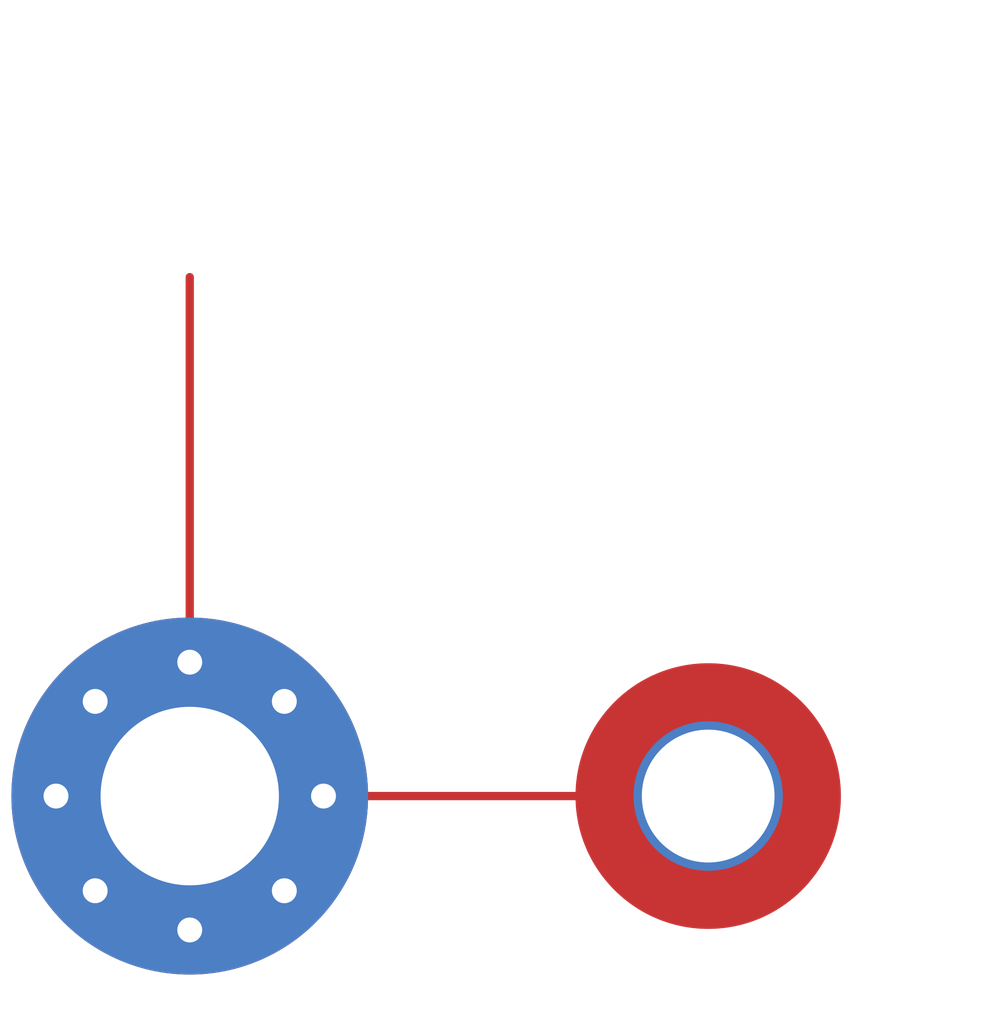
<source format=kicad_pcb>
(kicad_pcb (version 20241229) (generator "pcbnew") (generator_version "9.0")
  (layers (0 "F.Cu" signal) (2 "B.Cu" signal) (13 "F.Paste" user) (15 "B.Paste" user) (5 "F.SilkS" user "F.Silkscreen") (7 "B.SilkS" user "B.Silkscreen") (1 "F.Mask" user) (3 "B.Mask" user) (25 "Edge.Cuts" user))
  (net 0 "")
  (net 2 "m6_no_pad-contact")
  (net 3 "-contact")
  (footprint "MountingHole:MountingHole_3.2mm_M3_Pad" (layer "F.Cu") (at 0 0 0)
    (property "Reference" "H1" (hide yes))
    (property "Value" "")
    (pad "1" thru_hole circle (at 0 0 0) (size 6.4 6.4) (drill 3.2) (layers "*.Cu" "*.Mask") (net 3 "-contact"))
  )
  (footprint "MountingHole:MountingHole_3.2mm_M3_Pad_TopOnly" (layer "F.Cu") (at 12.5 0 0)
    (property "Reference" "H2" (hide yes))
    (property "Value" "")
    (pad "1" thru_hole circle (at 0 0 0) (size 3.6 3.6) (drill 3.2) (layers "*.Cu" "*.Mask") (net 3 "-contact"))
    (pad "1" connect circle (at 0 0 0) (size 6.4 6.4) (layers "F.Cu" "F.Mask") (net 3 "-contact"))
  )
  (footprint "MountingHole:MountingHole_6.4mm_M6" (layer "F.Cu") (at 12.5 -12.5 0)
    (property "Reference" "H4" (hide yes))
    (property "Value" "")
    (pad "" np_thru_hole circle (at 0 0 0) (size 6.4 6.4) (drill 6.4) (layers "*.Cu" "*.Mask") (net 2 "m6_no_pad-contact"))
  )
  (footprint "MountingHole:MountingHole_4.3mm_M4_Pad_Via" (layer "F.Cu") (at 0 0 0)
    (property "Reference" "H3" (hide yes))
    (property "Value" "")
    (pad "1" thru_hole circle (at -3.225 0 0) (size 0.9 0.9) (drill 0.6) (layers "*.Cu" "*.Mask") (net 3 "-contact"))
    (pad "1" thru_hole circle (at -2.280419 -2.280419 0) (size 0.9 0.9) (drill 0.6) (layers "*.Cu" "*.Mask") (net 3 "-contact"))
    (pad "1" thru_hole circle (at -2.280419 2.280419 0) (size 0.9 0.9) (drill 0.6) (layers "*.Cu" "*.Mask") (net 3 "-contact"))
    (pad "1" thru_hole circle (at 0 -3.225 0) (size 0.9 0.9) (drill 0.6) (layers "*.Cu" "*.Mask") (net 3 "-contact"))
    (pad "1" thru_hole circle (at 0 0 0) (size 8.6 8.6) (drill 4.3) (layers "*.Cu" "*.Mask") (net 3 "-contact"))
    (pad "1" thru_hole circle (at 0 3.225 0) (size 0.9 0.9) (drill 0.6) (layers "*.Cu" "*.Mask") (net 3 "-contact"))
    (pad "1" thru_hole circle (at 2.280419 -2.280419 0) (size 0.9 0.9) (drill 0.6) (layers "*.Cu" "*.Mask") (net 3 "-contact"))
    (pad "1" thru_hole circle (at 2.280419 2.280419 0) (size 0.9 0.9) (drill 0.6) (layers "*.Cu" "*.Mask") (net 3 "-contact"))
    (pad "1" thru_hole circle (at 3.225 0 0) (size 0.9 0.9) (drill 0.6) (layers "*.Cu" "*.Mask") (net 3 "-contact"))
  )
  (segment (start 0 -12.5) (end 0 0) (width 0.2) (net 0) (layer "F.Cu"))
  (segment (start 0 0) (end 12.5 0) (width 0.2) (net 0) (layer "F.Cu"))
)
</source>
